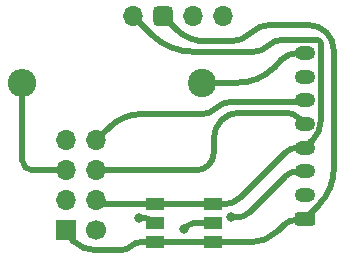
<source format=gbr>
%TF.GenerationSoftware,KiCad,Pcbnew,(6.0.7)*%
%TF.CreationDate,2022-11-20T15:50:49-05:00*%
%TF.ProjectId,CANBurner,43414e42-7572-46e6-9572-2e6b69636164,2.0*%
%TF.SameCoordinates,Original*%
%TF.FileFunction,Copper,L1,Top*%
%TF.FilePolarity,Positive*%
%FSLAX46Y46*%
G04 Gerber Fmt 4.6, Leading zero omitted, Abs format (unit mm)*
G04 Created by KiCad (PCBNEW (6.0.7)) date 2022-11-20 15:50:49*
%MOMM*%
%LPD*%
G01*
G04 APERTURE LIST*
G04 Aperture macros list*
%AMRoundRect*
0 Rectangle with rounded corners*
0 $1 Rounding radius*
0 $2 $3 $4 $5 $6 $7 $8 $9 X,Y pos of 4 corners*
0 Add a 4 corners polygon primitive as box body*
4,1,4,$2,$3,$4,$5,$6,$7,$8,$9,$2,$3,0*
0 Add four circle primitives for the rounded corners*
1,1,$1+$1,$2,$3*
1,1,$1+$1,$4,$5*
1,1,$1+$1,$6,$7*
1,1,$1+$1,$8,$9*
0 Add four rect primitives between the rounded corners*
20,1,$1+$1,$2,$3,$4,$5,0*
20,1,$1+$1,$4,$5,$6,$7,0*
20,1,$1+$1,$6,$7,$8,$9,0*
20,1,$1+$1,$8,$9,$2,$3,0*%
G04 Aperture macros list end*
%TA.AperFunction,ComponentPad*%
%ADD10O,1.700000X1.700000*%
%TD*%
%TA.AperFunction,ComponentPad*%
%ADD11RoundRect,0.425000X-0.425000X0.425000X-0.425000X-0.425000X0.425000X-0.425000X0.425000X0.425000X0*%
%TD*%
%TA.AperFunction,SMDPad,CuDef*%
%ADD12R,1.500000X1.000000*%
%TD*%
%TA.AperFunction,ComponentPad*%
%ADD13RoundRect,0.300000X0.575000X-0.300000X0.575000X0.300000X-0.575000X0.300000X-0.575000X-0.300000X0*%
%TD*%
%TA.AperFunction,ComponentPad*%
%ADD14O,1.750000X1.200000*%
%TD*%
%TA.AperFunction,ComponentPad*%
%ADD15C,2.400000*%
%TD*%
%TA.AperFunction,ComponentPad*%
%ADD16O,2.400000X2.400000*%
%TD*%
%TA.AperFunction,ComponentPad*%
%ADD17R,1.700000X1.700000*%
%TD*%
%TA.AperFunction,ComponentPad*%
%ADD18C,1.700000*%
%TD*%
%TA.AperFunction,ViaPad*%
%ADD19C,0.800000*%
%TD*%
%TA.AperFunction,Conductor*%
%ADD20C,0.500000*%
%TD*%
G04 APERTURE END LIST*
D10*
%TO.P,I\u00B2C,1*%
%TO.N,/A1*%
X84619469Y-22330407D03*
%TO.P,I\u00B2C,2*%
%TO.N,/A2*%
X82079469Y-22330407D03*
D11*
%TO.P,I\u00B2C,3*%
%TO.N,/GND*%
X79539469Y-22330407D03*
D10*
%TO.P,I\u00B2C,4*%
%TO.N,/5V*%
X76999469Y-22330407D03*
%TD*%
D12*
%TO.P,Status,1*%
%TO.N,/5V*%
X83730000Y-38256814D03*
%TO.P,Status,2*%
%TO.N,/Sig*%
X83730000Y-39856814D03*
%TO.P,Status,3*%
%TO.N,/GND*%
X83730000Y-41456814D03*
%TO.P,Status,4*%
X78830000Y-41456814D03*
%TO.P,Status,5*%
%TO.N,/Sig*%
X78830000Y-39856814D03*
%TO.P,Status,6*%
%TO.N,/5V*%
X78830000Y-38256814D03*
%TD*%
D13*
%TO.P,Toolboard,1*%
%TO.N,/GND*%
X91540000Y-39445000D03*
D14*
%TO.P,Toolboard,2*%
%TO.N,/24V*%
X91540000Y-37445000D03*
%TO.P,Toolboard,3*%
%TO.N,/Sig*%
X91540000Y-35445000D03*
%TO.P,Toolboard,4*%
%TO.N,/5V*%
X91540000Y-33445000D03*
%TO.P,Toolboard,5*%
%TO.N,/PCF*%
X91540000Y-31445000D03*
%TO.P,Toolboard,6*%
%TO.N,/A2*%
X91540000Y-29445000D03*
%TO.P,Toolboard,7*%
%TO.N,/A1*%
X91540000Y-27445000D03*
%TO.P,Toolboard,8*%
%TO.N,/HEF*%
X91540000Y-25445000D03*
%TD*%
D15*
%TO.P,HEF Resistor,1*%
%TO.N,/HEF*%
X82850000Y-27940000D03*
D16*
%TO.P,HEF Resistor,2*%
X67610000Y-27940000D03*
%TD*%
D10*
%TO.P,J1,1,Pin_1*%
%TO.N,/A1*%
X71341315Y-32825026D03*
%TO.P,J1,2,Pin_2*%
%TO.N,/A2*%
X73881315Y-32825026D03*
%TO.P,J1,3,Pin_3*%
%TO.N,/HEF*%
X71341315Y-35365026D03*
%TO.P,J1,4,Pin_4*%
%TO.N,/PCF*%
X73881315Y-35365026D03*
%TO.P,J1,5,Pin_5*%
%TO.N,/Sig*%
X71341315Y-37905026D03*
%TO.P,J1,6,Pin_6*%
%TO.N,/5V*%
X73881315Y-37905026D03*
D17*
%TO.P,J1,7,Pin_7*%
%TO.N,/GND*%
X71341315Y-40445026D03*
D18*
%TO.P,J1,8,Pin_8*%
%TO.N,/24V*%
X73881315Y-40445026D03*
%TD*%
D19*
%TO.N,/Sig*%
X81280000Y-40319805D03*
X85250000Y-39355000D03*
X77459972Y-39369999D03*
%TD*%
D20*
%TO.N,/HEF*%
X67610000Y-34545570D02*
X67610000Y-27975000D01*
X85865768Y-27940000D02*
X82850000Y-27940000D01*
X90832500Y-25445000D02*
X91540000Y-25445000D01*
X88877499Y-26692499D02*
X89624721Y-25945278D01*
X68429455Y-35365026D02*
X71341315Y-35365026D01*
X68429455Y-35365066D02*
G75*
G02*
X67850013Y-35125013I45J819466D01*
G01*
X89624712Y-25945269D02*
G75*
G02*
X90832500Y-25445000I1207788J-1207831D01*
G01*
X85865768Y-27939985D02*
G75*
G03*
X88877499Y-26692499I32J4259185D01*
G01*
X67849989Y-35125037D02*
G75*
G02*
X67610000Y-34545570I579511J579437D01*
G01*
%TO.N,/A2*%
X74993828Y-31712513D02*
X73881315Y-32825026D01*
X77679671Y-30600000D02*
X82793061Y-30600000D01*
X85303844Y-29560000D02*
X91343682Y-29560000D01*
X91482500Y-29502500D02*
X91540000Y-29445000D01*
X84048429Y-30079976D02*
G75*
G02*
X85303844Y-29560000I1255371J-1255424D01*
G01*
X82793061Y-30599970D02*
G75*
G03*
X84048453Y-30080000I39J1775370D01*
G01*
X91343682Y-29559992D02*
G75*
G03*
X91482499Y-29502499I18J196292D01*
G01*
X74993854Y-31712539D02*
G75*
G02*
X77679671Y-30600000I2685846J-2685761D01*
G01*
%TO.N,/PCF*%
X82309166Y-35365026D02*
X73881315Y-35365026D01*
X89892641Y-30480000D02*
X85988025Y-30480000D01*
X83820000Y-32648025D02*
X83820000Y-33854192D01*
X91057500Y-30962500D02*
X91540000Y-31445000D01*
X83820011Y-32648025D02*
G75*
G02*
X84455000Y-31115000I2167989J25D01*
G01*
X89892641Y-30479983D02*
G75*
G02*
X91057500Y-30962500I-41J-1647417D01*
G01*
X82309166Y-35365004D02*
G75*
G03*
X83377487Y-34922513I34J1510804D01*
G01*
X84454992Y-31114992D02*
G75*
G02*
X85988025Y-30480000I1533008J-1533008D01*
G01*
X83377484Y-34922510D02*
G75*
G03*
X83820000Y-33854192I-1068284J1068310D01*
G01*
%TO.N,/Sig*%
X90912500Y-35445000D02*
X91540000Y-35445000D01*
X89841290Y-35888709D02*
X86772747Y-38957252D01*
X77998954Y-39369999D02*
X77459972Y-39369999D01*
X78586592Y-39613406D02*
X78830000Y-39856814D01*
X81511495Y-40088309D02*
X81280000Y-40319805D01*
X82070375Y-39856814D02*
X83730000Y-39856814D01*
X85250000Y-39355000D02*
X85812500Y-39355000D01*
X89841294Y-35888713D02*
G75*
G02*
X90912500Y-35445000I1071206J-1071187D01*
G01*
X77998954Y-39370019D02*
G75*
G02*
X78586591Y-39613407I46J-830981D01*
G01*
X85812500Y-39354997D02*
G75*
G03*
X86772746Y-38957251I0J1357997D01*
G01*
X81511506Y-40088320D02*
G75*
G02*
X82070375Y-39856814I558894J-558880D01*
G01*
%TO.N,/5V*%
X74057209Y-38080920D02*
X73881315Y-37905026D01*
X81128448Y-38256814D02*
X82858407Y-38256814D01*
X84601593Y-38256814D02*
X82858407Y-38256814D01*
X89841290Y-33888709D02*
X86089495Y-37640504D01*
X92202499Y-32782499D02*
X91983709Y-33001290D01*
X82111559Y-25325000D02*
X87184357Y-25325000D01*
X78496765Y-23827703D02*
X76999469Y-22330407D01*
X92600398Y-24320000D02*
X89610642Y-24320000D01*
X92865000Y-24584601D02*
X92865000Y-31183083D01*
X81128448Y-38256814D02*
X76531551Y-38256814D01*
X76531551Y-38256814D02*
X74481854Y-38256814D01*
X92864999Y-24584601D02*
G75*
G03*
X92787500Y-24397500I-264599J1D01*
G01*
X92600398Y-24320001D02*
G75*
G02*
X92787500Y-24397500I2J-264599D01*
G01*
X92202505Y-32782505D02*
G75*
G03*
X92865000Y-31183083I-1599405J1599405D01*
G01*
X89841294Y-33888713D02*
G75*
G02*
X90912500Y-33445000I1071206J-1071187D01*
G01*
X74481854Y-38256853D02*
G75*
G02*
X74057209Y-38080920I46J600553D01*
G01*
X90912500Y-33445004D02*
G75*
G03*
X91983708Y-33001289I0J1514904D01*
G01*
X84601593Y-38256807D02*
G75*
G03*
X86089495Y-37640504I7J2104207D01*
G01*
X88397488Y-24822488D02*
G75*
G02*
X89610642Y-24320000I1213112J-1213112D01*
G01*
X87184357Y-25324953D02*
G75*
G03*
X88397500Y-24822500I43J1715653D01*
G01*
X82111559Y-25325026D02*
G75*
G02*
X78496765Y-23827703I41J5112126D01*
G01*
%TO.N,/GND*%
X91811974Y-23050000D02*
X88619949Y-23050000D01*
X85240050Y-24450000D02*
X83157840Y-24450000D01*
X92702499Y-38282499D02*
X91868709Y-39116290D01*
X71341315Y-40596598D02*
X71341315Y-40445026D01*
X86001593Y-41456814D02*
X86931935Y-41456814D01*
X89726290Y-40003709D02*
X89221593Y-40508407D01*
X77601132Y-41456814D02*
X77988165Y-41456814D01*
X76048343Y-42100000D02*
X73649033Y-42100000D01*
X93980000Y-35198342D02*
X93980000Y-25218025D01*
X79671834Y-41456814D02*
X81458407Y-41456814D01*
X86001593Y-41456814D02*
X81458407Y-41456814D01*
X79671834Y-41456814D02*
X77988165Y-41456814D01*
X80599265Y-23390203D02*
X79539469Y-22330407D01*
X72017230Y-41424085D02*
X71448492Y-40855347D01*
X93979989Y-25218025D02*
G75*
G03*
X93345000Y-23685000I-2167989J25D01*
G01*
X73649033Y-42099981D02*
G75*
G02*
X72017231Y-41424084I-33J2307681D01*
G01*
X76048343Y-42100027D02*
G75*
G03*
X76824738Y-41778407I-43J1098027D01*
G01*
X86929986Y-23749986D02*
G75*
G02*
X88619949Y-23050000I1689914J-1689914D01*
G01*
X89726294Y-40003713D02*
G75*
G02*
X90797500Y-39560000I1071206J-1071187D01*
G01*
X90797500Y-39560004D02*
G75*
G03*
X91868708Y-39116289I0J1514904D01*
G01*
X91811974Y-23050011D02*
G75*
G02*
X93345000Y-23685000I26J-2167989D01*
G01*
X71448500Y-40855339D02*
G75*
G02*
X71341315Y-40596598I258700J258739D01*
G01*
X86931935Y-41456824D02*
G75*
G03*
X89221592Y-40508406I-35J3238124D01*
G01*
X83157840Y-24449962D02*
G75*
G02*
X80599266Y-23390202I-40J3618362D01*
G01*
X76824722Y-41778391D02*
G75*
G02*
X77601132Y-41456814I776378J-776409D01*
G01*
X92702488Y-38282488D02*
G75*
G03*
X93980000Y-35198342I-3084188J3084188D01*
G01*
X85240050Y-24450020D02*
G75*
G03*
X86929999Y-23749999I-50J2390020D01*
G01*
%TD*%
M02*

</source>
